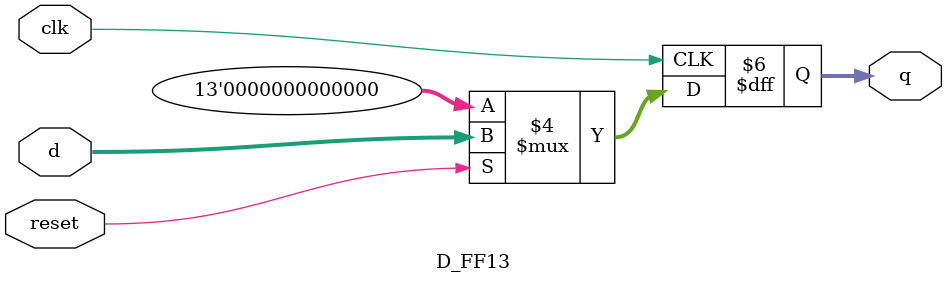
<source format=v>

module D_FF144 # (parameter port = 144) (d, q, clk, reset);


input [port-1:0] d;
input clk, reset;
output reg [port-1:0] q;


always @ (posedge clk)

begin

if(!reset)
	q <= 'd0;
else
	q <= d;

end

endmodule

module D_FF114 # (parameter port = 114) (d, q, clk, reset);


input [port-1:0] d;
input clk, reset;
output reg [port-1:0] q;


always @ (posedge clk)

begin

if(!reset)
	q <= 'd0;
else
	q <= d;

end

endmodule

module D_FF8 # (parameter port = 8) (d, q, clk, reset);


input [port-1:0] d;
input clk, reset;
output reg [port-1:0] q;


always @ (posedge clk)

begin

if(!reset)
	q <= 'd0;
else
	q <= d;

end

endmodule

module D_FF1 # (parameter port = 1) (d, q, clk, reset);


input [port-1:0] d;
input clk, reset;
output reg [port-1:0] q;


always @ (posedge clk)

begin

if(!reset)
	q <= 'd0;
else
	q <= d;

end

endmodule

module D_FF3 # (parameter port = 3) (d, q, clk, reset);


input [port-1:0] d;
input clk, reset;
output reg [port-1:0] q;


always @ (posedge clk)

begin

if(!reset)
	q <= 'd0;
else
	q <= d;

end

endmodule

module D_FF2 # (parameter port = 2) (d, q, clk, reset);


input [port-1:0] d;
input clk, reset;
output reg [port-1:0] q;


always @ (posedge clk)

begin

if(!reset)
	q <= 'd0;
else
	q <= d;

end

endmodule

module D_FF16 # (parameter port = 16) (d, q, clk, reset);


input [port-1:0] d;
input clk, reset;
output reg [port-1:0] q;


always @ (posedge clk)

begin

if(!reset)
	q <= 'd0;
else
	q <= d;

end

endmodule

module D_FF119 # (parameter port = 119) (d, q, clk, reset);


input [port-1:0] d;
input clk, reset;
output reg [port-1:0] q;


always @ (posedge clk)

begin

if(!reset)
	q <= 'd0;
else
	q <= d;

end

endmodule

module D_FF10 # (parameter port = 10) (d, q, clk, reset);


input [port-1:0] d;
input clk, reset;
output reg [port-1:0] q;


always @ (posedge clk)

begin

if(!reset)
	q <= 'd0;
else
	q <= d;

end

endmodule

module D_FF13 # (parameter port = 13) (d, q, clk, reset);


input [port-1:0] d;
input clk, reset;
output reg [port-1:0] q;


always @ (posedge clk)

begin

if(!reset)
	q <= 'd0;
else
	q <= d;

end

endmodule
</source>
